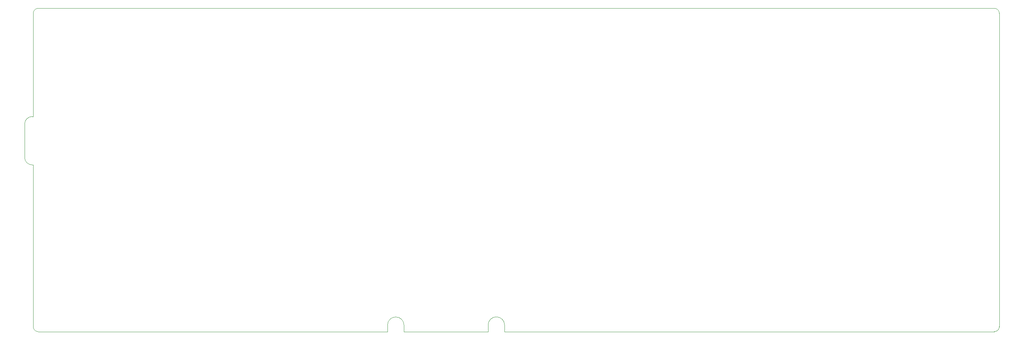
<source format=gbr>
G04 #@! TF.GenerationSoftware,KiCad,Pcbnew,(5.0.1-dev-4-g3dcf04fdb)*
G04 #@! TF.CreationDate,2018-07-22T01:27:49+03:00*
G04 #@! TF.ProjectId,cpm43,63706D34332E6B696361645F70636200,rev?*
G04 #@! TF.SameCoordinates,Original*
G04 #@! TF.FileFunction,Paste,Top*
G04 #@! TF.FilePolarity,Positive*
%FSLAX46Y46*%
G04 Gerber Fmt 4.6, Leading zero omitted, Abs format (unit mm)*
G04 Created by KiCad (PCBNEW (5.0.1-dev-4-g3dcf04fdb)) date 07/22/18 01:27:49*
%MOMM*%
%LPD*%
G01*
G04 APERTURE LIST*
%ADD10C,0.100000*%
G04 APERTURE END LIST*
D10*
X33421320Y-97226120D02*
X33655700Y-97227240D01*
X33655000Y-98132900D02*
X33655000Y-97225600D01*
X34848800Y-136804400D02*
X34889440Y-136804400D01*
X34889440Y-136804400D02*
X34856420Y-136804400D01*
X117729000Y-136804400D02*
X34874200Y-136804400D01*
X145516600Y-135229600D02*
X145516600Y-136804400D01*
X141605161Y-135254672D02*
X141605161Y-136804400D01*
X121640600Y-135255000D02*
X121640600Y-136804400D01*
X117729000Y-135280400D02*
X117729000Y-136804400D01*
X141605000Y-136804400D02*
X121640600Y-136804400D01*
X145516600Y-136804400D02*
X261467600Y-136804400D01*
X117729000Y-135280400D02*
G75*
G02X121640439Y-135255328I1955639J25072D01*
G01*
X141605161Y-135254672D02*
G75*
G02X145516600Y-135229600I1955639J25072D01*
G01*
X33533080Y-85742780D02*
X33413700Y-85740240D01*
X33533080Y-85742780D02*
X33642300Y-85745320D01*
X33642300Y-85745320D02*
X33655000Y-85732620D01*
X33655000Y-84838540D02*
X33655000Y-85732620D01*
X31612840Y-87541100D02*
X31612840Y-95415100D01*
X33426051Y-97225771D02*
G75*
G02X31612840Y-95412560I0J1813211D01*
G01*
X31612840Y-87553451D02*
G75*
G02X33426051Y-85740240I1813211J0D01*
G01*
X33655000Y-61264800D02*
X33655000Y-84836000D01*
X33655000Y-135608060D02*
X33655000Y-98117660D01*
X261467600Y-136804400D02*
X261721600Y-136804400D01*
X261698740Y-60043600D02*
X34876740Y-60043600D01*
X262917940Y-135628380D02*
X262917940Y-61257180D01*
X261696200Y-60043060D02*
G75*
G02X262917514Y-61264374I0J-1221314D01*
G01*
X262920054Y-135582660D02*
G75*
G02X261698740Y-136803974I-1221314J0D01*
G01*
X33655000Y-61264800D02*
G75*
G02X34876314Y-60043486I1221314J0D01*
G01*
X34850914Y-136803974D02*
G75*
G02X33655000Y-135608060I0J1195914D01*
G01*
M02*

</source>
